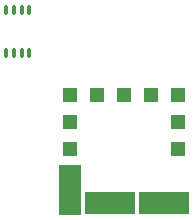
<source format=gbr>
%TF.GenerationSoftware,KiCad,Pcbnew,9.0.4*%
%TF.CreationDate,2025-09-08T14:57:01+09:00*%
%TF.ProjectId,Arm_Main,41726d5f-4d61-4696-9e2e-6b696361645f,rev?*%
%TF.SameCoordinates,Original*%
%TF.FileFunction,Paste,Top*%
%TF.FilePolarity,Positive*%
%FSLAX46Y46*%
G04 Gerber Fmt 4.6, Leading zero omitted, Abs format (unit mm)*
G04 Created by KiCad (PCBNEW 9.0.4) date 2025-09-08 14:57:01*
%MOMM*%
%LPD*%
G01*
G04 APERTURE LIST*
G04 Aperture macros list*
%AMRoundRect*
0 Rectangle with rounded corners*
0 $1 Rounding radius*
0 $2 $3 $4 $5 $6 $7 $8 $9 X,Y pos of 4 corners*
0 Add a 4 corners polygon primitive as box body*
4,1,4,$2,$3,$4,$5,$6,$7,$8,$9,$2,$3,0*
0 Add four circle primitives for the rounded corners*
1,1,$1+$1,$2,$3*
1,1,$1+$1,$4,$5*
1,1,$1+$1,$6,$7*
1,1,$1+$1,$8,$9*
0 Add four rect primitives between the rounded corners*
20,1,$1+$1,$2,$3,$4,$5,0*
20,1,$1+$1,$4,$5,$6,$7,0*
20,1,$1+$1,$6,$7,$8,$9,0*
20,1,$1+$1,$8,$9,$2,$3,0*%
G04 Aperture macros list end*
%ADD10RoundRect,0.045000X0.105000X-0.355000X0.105000X0.355000X-0.105000X0.355000X-0.105000X-0.355000X0*%
%ADD11R,1.143000X1.143000*%
%ADD12R,4.191000X1.905000*%
%ADD13R,1.905000X4.191000*%
G04 APERTURE END LIST*
D10*
%TO.C,SB1*%
X107400000Y-71620000D03*
X108050000Y-71620000D03*
X108700000Y-71620000D03*
X109350000Y-71620000D03*
X109350000Y-67920000D03*
X108700000Y-67920000D03*
X108050000Y-67920000D03*
X107400000Y-67920000D03*
%TD*%
D11*
%TO.C,MD1*%
X121922000Y-79770000D03*
D12*
X120779000Y-84342000D03*
X116207000Y-84342000D03*
D13*
X112778000Y-83199000D03*
D11*
X112778000Y-79770000D03*
X112778000Y-75198000D03*
X117350000Y-75198000D03*
X119636000Y-75198000D03*
X121922000Y-75198000D03*
X121922000Y-77484000D03*
X112778000Y-77484000D03*
X115064000Y-75198000D03*
%TD*%
M02*

</source>
